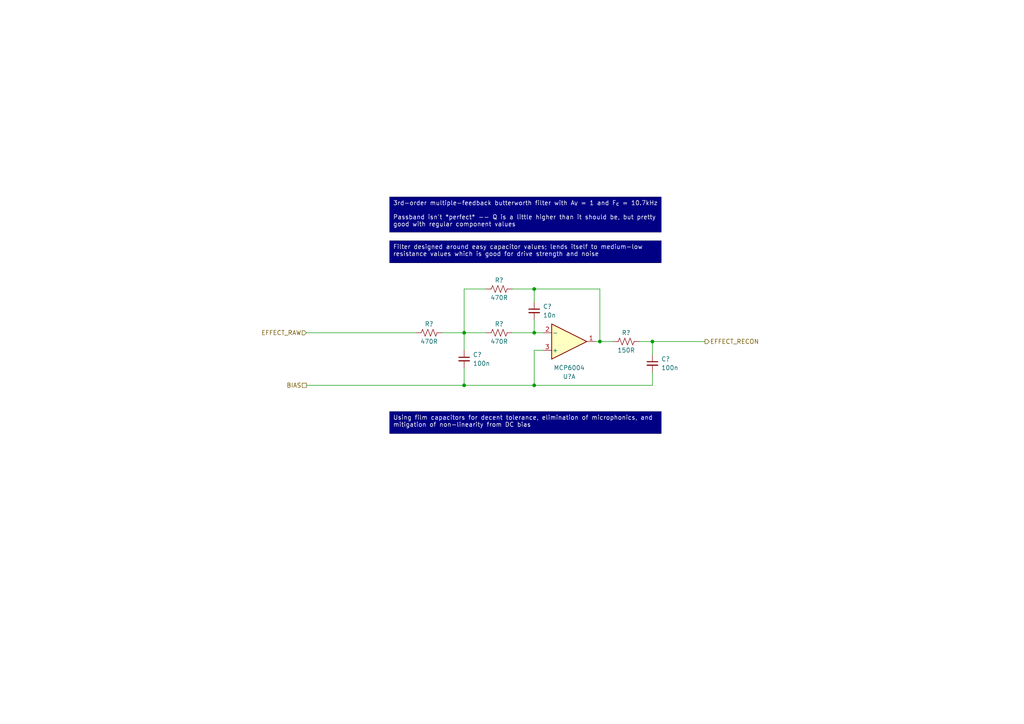
<source format=kicad_sch>
(kicad_sch (version 20230121) (generator eeschema)
  (paper "A4")
  (title_block (title "Digital Audio Effects Processor") (date "2023-11-26") (rev "A") (company "Ishaan Govindarajan"))
  (lib_symbols
    (symbol "Custom-AnalogIC:MCP6004" (pin_names (offset 0.127))
      (property "Reference" "U" (at 0 5.08 0))
      (property "Value" "MCP6004" (at 0 -5.08 0))
      (symbol "MCP6004_1_1"
        (polyline (pts (xy -5.08 5.08) (xy 5.08 0) (xy -5.08 -5.08) (xy -5.08 5.08)) (stroke (width 0.254)) (fill (type background)))
        (pin output line (at 7.62 0 180) (length 2.54) (name "~") (number "1"))
        (pin input line (at -7.62 -2.54 0) (length 2.54) (name "-") (number "2"))
        (pin input line (at -7.62 2.54 0) (length 2.54) (name "+") (number "3"))
      )
      (symbol "MCP6004_2_1"
        (polyline (pts (xy -5.08 5.08) (xy 5.08 0) (xy -5.08 -5.08) (xy -5.08 5.08)) (stroke (width 0.254)) (fill (type background)))
        (pin input line (at -7.62 2.54 0) (length 2.54) (name "+") (number "5"))
        (pin input line (at -7.62 -2.54 0) (length 2.54) (name "-") (number "6"))
        (pin output line (at 7.62 0 180) (length 2.54) (name "~") (number "7"))
      )
      (symbol "MCP6004_3_1"
        (polyline (pts (xy -5.08 5.08) (xy 5.08 0) (xy -5.08 -5.08) (xy -5.08 5.08)) (stroke (width 0.254)) (fill (type background)))
        (pin input line (at -7.62 2.54 0) (length 2.54) (name "+") (number "10"))
        (pin output line (at 7.62 0 180) (length 2.54) (name "~") (number "8"))
        (pin input line (at -7.62 -2.54 0) (length 2.54) (name "-") (number "9"))
      )
      (symbol "MCP6004_4_1"
        (polyline (pts (xy -5.08 5.08) (xy 5.08 0) (xy -5.08 -5.08) (xy -5.08 5.08)) (stroke (width 0.254)) (fill (type background)))
        (pin input line (at -7.62 2.54 0) (length 2.54) (name "+") (number "12"))
        (pin input line (at -7.62 -2.54 0) (length 2.54) (name "-") (number "13"))
        (pin output line (at 7.62 0 180) (length 2.54) (name "~") (number "14"))
      )
      (symbol "MCP6004_5_1"
        (pin power_in line (at -2.54 -7.62 90) (length 3.81) (name "V-") (number "11"))
        (pin power_in line (at -2.54 7.62 270) (length 3.81) (name "V+") (number "4"))
      )
    )
    (symbol "Custom-CapacitorTHT:R82DC3100AA50J" (pin_numbers hide) (pin_names (offset 0.254) hide)
      (property "Reference" "C" (at 0.254 1.778 0))
      (property "Value" "100n" (at 0.254 -2.032 0))
      (symbol "R82DC3100AA50J_0_1"
        (polyline (pts (xy -1.524 -0.508) (xy 1.524 -0.508)) (stroke (width 0.3302)))
        (polyline (pts (xy -1.524 0.508) (xy 1.524 0.508)) (stroke (width 0.3048)))
      )
      (symbol "R82DC3100AA50J_1_1"
        (pin passive line (at 0 2.54 270) (length 2.032) (name "~") (number "1"))
        (pin passive line (at 0 -2.54 90) (length 2.032) (name "~") (number "2"))
      )
    )
    (symbol "Custom-CapacitorTHT:R82EC2100AA50J" (pin_numbers hide) (pin_names (offset 0.254) hide)
      (property "Reference" "C" (at 0.254 1.778 0))
      (property "Value" "10n" (at 0.254 -2.032 0))
      (symbol "R82EC2100AA50J_0_1"
        (polyline (pts (xy -1.524 -0.508) (xy 1.524 -0.508)) (stroke (width 0.3302)))
        (polyline (pts (xy -1.524 0.508) (xy 1.524 0.508)) (stroke (width 0.3048)))
      )
      (symbol "R82EC2100AA50J_1_1"
        (pin passive line (at 0 2.54 270) (length 2.032) (name "~") (number "1"))
        (pin passive line (at 0 -2.54 90) (length 2.032) (name "~") (number "2"))
      )
    )
    (symbol "Custom-ResistorTHT:MFR-25FRF52-150R" (pin_numbers hide) (pin_names (offset 0))
      (property "Reference" "R" (at 2.54 0 90))
      (property "Value" "150R" (at -2.54 0 90))
      (symbol "MFR-25FRF52-150R_0_1"
        (polyline (pts (xy 0 -2.286) (xy 0 -2.54)))
        (polyline (pts (xy 0 2.286) (xy 0 2.54)))
        (polyline (pts (xy 0 -0.762) (xy 1.016 -1.143) (xy 0 -1.524) (xy -1.016 -1.905) (xy 0 -2.286)))
        (polyline (pts (xy 0 0.762) (xy 1.016 0.381) (xy 0 0) (xy -1.016 -0.381) (xy 0 -0.762)))
        (polyline (pts (xy 0 2.286) (xy 1.016 1.905) (xy 0 1.524) (xy -1.016 1.143) (xy 0 0.762)))
      )
      (symbol "MFR-25FRF52-150R_1_1"
        (pin passive line (at 0 3.81 270) (length 1.27) (name "~") (number "1"))
        (pin passive line (at 0 -3.81 90) (length 1.27) (name "~") (number "2"))
      )
    )
    (symbol "Custom-ResistorTHT:MFR-25FRF52-470R" (pin_numbers hide) (pin_names (offset 0))
      (property "Reference" "R" (at 2.54 0 90))
      (property "Value" "470R" (at -2.54 0 90))
      (symbol "MFR-25FRF52-470R_0_1"
        (polyline (pts (xy 0 -2.286) (xy 0 -2.54)))
        (polyline (pts (xy 0 2.286) (xy 0 2.54)))
        (polyline (pts (xy 0 -0.762) (xy 1.016 -1.143) (xy 0 -1.524) (xy -1.016 -1.905) (xy 0 -2.286)))
        (polyline (pts (xy 0 0.762) (xy 1.016 0.381) (xy 0 0) (xy -1.016 -0.381) (xy 0 -0.762)))
        (polyline (pts (xy 0 2.286) (xy 1.016 1.905) (xy 0 1.524) (xy -1.016 1.143) (xy 0 0.762)))
      )
      (symbol "MFR-25FRF52-470R_1_1"
        (pin passive line (at 0 3.81 270) (length 1.27) (name "~") (number "1"))
        (pin passive line (at 0 -3.81 90) (length 1.27) (name "~") (number "2"))
      )
    )
  )
  (junction (at 134.62 111.76))
  (junction (at 154.94 96.52))
  (junction (at 173.99 99.06))
  (junction (at 134.62 96.52))
  (junction (at 154.94 111.76))
  (junction (at 154.94 83.82))
  (junction (at 189.23 99.06))
  (wire (pts (xy 189.23 107.95) (xy 189.23 111.76)))
  (wire (pts (xy 88.9 111.76) (xy 134.62 111.76)))
  (wire (pts (xy 173.99 99.06) (xy 172.72 99.06)))
  (wire (pts (xy 134.62 83.82) (xy 140.97 83.82)))
  (wire (pts (xy 185.42 99.06) (xy 189.23 99.06)))
  (wire (pts (xy 189.23 111.76) (xy 154.94 111.76)))
  (wire (pts (xy 189.23 99.06) (xy 189.23 102.87)))
  (wire (pts (xy 189.23 99.06) (xy 204.47 99.06)))
  (wire (pts (xy 134.62 101.6) (xy 134.62 96.52)))
  (wire (pts (xy 148.59 83.82) (xy 154.94 83.82)))
  (wire (pts (xy 154.94 96.52) (xy 157.48 96.52)))
  (wire (pts (xy 173.99 99.06) (xy 177.8 99.06)))
  (wire (pts (xy 88.9 96.52) (xy 120.65 96.52)))
  (wire (pts (xy 154.94 101.6) (xy 157.48 101.6)))
  (wire (pts (xy 154.94 83.82) (xy 154.94 87.63)))
  (wire (pts (xy 134.62 106.68) (xy 134.62 111.76)))
  (wire (pts (xy 134.62 111.76) (xy 154.94 111.76)))
  (wire (pts (xy 154.94 101.6) (xy 154.94 111.76)))
  (wire (pts (xy 134.62 96.52) (xy 134.62 83.82)))
  (wire (pts (xy 154.94 83.82) (xy 173.99 83.82)))
  (wire (pts (xy 173.99 83.82) (xy 173.99 99.06)))
  (wire (pts (xy 148.59 96.52) (xy 154.94 96.52)))
  (wire (pts (xy 134.62 96.52) (xy 140.97 96.52)))
  (wire (pts (xy 128.27 96.52) (xy 134.62 96.52)))
  (wire (pts (xy 154.94 92.71) (xy 154.94 96.52)))
  (text_box "3rd-order multiple-feedback butterworth filter with A_{V} = 1 and F_{c} = 10.7kHz\n\nPassband isn't *perfect* -- Q is a little higher than it should be, but pretty good with regular component values" (at 113.03 57.15 0) (size 78.74 10.16) (stroke (width 0) (color 0 0 72 1)) (fill (type color) (color 0 0 132 1)) (effects (font (size 1.27 1.27)) (justify left top)))
  (text_box "Using film capacitors for decent tolerance, elimination of microphonics, and mitigation of non-linearity from DC bias" (at 113.03 119.38 0) (size 78.74 6.35) (stroke (width 0) (color 0 0 72 1)) (fill (type color) (color 0 0 132 1)) (effects (font (size 1.27 1.27)) (justify left top)))
  (text_box "Filter designed around easy capacitor values; lends itself to medium-low resistance values which is good for drive strength and noise" (at 113.03 69.85 0) (size 78.74 6.35) (stroke (width 0) (color 0 0 72 1)) (fill (type color) (color 0 0 132 1)) (effects (font (size 1.27 1.27)) (justify left top)))
  (hierarchical_label "EFFECT_RECON" (shape output) (at 204.47 99.06 0))
  (hierarchical_label "EFFECT_RAW" (shape input) (at 88.9 96.52 180))
  (hierarchical_label "BIAS" (shape passive) (at 88.9 111.76 180))
  (symbol (lib_id "Custom-ResistorTHT:MFR-25FRF52-470R") (at 144.78 96.52 90) (unit 1)
    (property "Reference" "R?" (at 144.78 93.98 90))
    (property "Value" "470R" (at 144.78 99.06 90))
    (property "Footprint" "Resistor_THT:R_Axial_DIN0207_L6.3mm_D2.5mm_P10.16mm_Horizontal" (effects hide))
    (property "Datasheet" "https://www.yageo.com/upload/media/product/productsearch/datasheet/lr/YAGEO%20MFR_datasheet_2023v3.pdf" (effects hide))
    (property "Manufacturer" "YAGEO" (effects hide))
    (property "Part Number" "MFR-25FRF52-470R" (effects hide))
    (instances (project "Amplifier Hardware R1" (path "" (reference "R?") (unit 1)) (path "" (reference "R27") (unit 1))))
  )
  (symbol (lib_id "Custom-ResistorTHT:MFR-25FRF52-150R") (at 181.61 99.06 90) (unit 1)
    (property "Reference" "R?" (at 181.61 96.52 90))
    (property "Value" "150R" (at 181.61 101.6 90))
    (property "Footprint" "Resistor_THT:R_Axial_DIN0207_L6.3mm_D2.5mm_P10.16mm_Horizontal" (effects hide))
    (property "Datasheet" "https://www.yageo.com/upload/media/product/productsearch/datasheet/lr/YAGEO%20MFR_datasheet_2023v3.pdf" (effects hide))
    (property "Manufacturer" "YAGEO" (effects hide))
    (property "Part Number" "MFR-25FRF52-150R" (effects hide))
    (instances (project "Amplifier Hardware R1" (path "" (reference "R?") (unit 1)) (path "" (reference "R28") (unit 1))))
  )
  (symbol (lib_id "Custom-AnalogIC:MCP6004") (at 165.1 99.06 0) (mirror x) (unit 1)
    (property "Reference" "U?" (at 165.1 109.22 0))
    (property "Value" "MCP6004" (at 165.1 106.68 0))
    (property "Footprint" "Custom-IC:DIP-14_W7.62mm_Socket_LongPads_IC" (effects hide))
    (property "Datasheet" "https://ww1.microchip.com/downloads/en/DeviceDoc/MCP6001-1R-1U-2-4-1-MHz-Low-Power-Op-Amp-DS20001733L.pdf" (effects hide))
    (property "Manufacturer" "Microchip Technology" (effects hide))
    (property "Part Number" "MCP6004-I/P" (effects hide))
    (instances (project "Amplifier Hardware R1" (path "" (reference "U?") (unit 1)) (path "" (reference "U2") (unit 4))))
  )
  (symbol (lib_id "Custom-ResistorTHT:MFR-25FRF52-470R") (at 124.46 96.52 90) (unit 1)
    (property "Reference" "R?" (at 124.46 93.98 90))
    (property "Value" "470R" (at 124.46 99.06 90))
    (property "Footprint" "Resistor_THT:R_Axial_DIN0207_L6.3mm_D2.5mm_P10.16mm_Horizontal" (effects hide))
    (property "Datasheet" "https://www.yageo.com/upload/media/product/productsearch/datasheet/lr/YAGEO%20MFR_datasheet_2023v3.pdf" (effects hide))
    (property "Manufacturer" "YAGEO" (effects hide))
    (property "Part Number" "MFR-25FRF52-470R" (effects hide))
    (instances (project "Amplifier Hardware R1" (path "" (reference "R?") (unit 1)) (path "" (reference "R25") (unit 1))))
  )
  (symbol (lib_id "Custom-CapacitorTHT:R82DC3100AA50J") (at 134.62 104.14 0) (unit 1)
    (property "Reference" "C?" (at 137.16 102.8763 0) (effects (justify left)))
    (property "Value" "100n" (at 137.16 105.4163 0) (effects (justify left)))
    (property "Footprint" "Custom-RLC:C_Rect_L7.2mm_W2.5mm_H6.6mm_P5.00mm_MODIFIED" (effects hide))
    (property "Datasheet" "https://connect.kemet.com:7667/gateway/IntelliData-ComponentDocumentation/1.0/download/datasheet/R82EC2100AA50J" (effects hide))
    (property "Manufacturer" "KEMET" (effects hide))
    (property "Part Number" "R82DC3100AA50J" (effects hide))
    (instances (project "Amplifier Hardware R1" (path "" (reference "C?") (unit 1)) (path "" (reference "C16") (unit 1))))
  )
  (symbol (lib_id "Custom-ResistorTHT:MFR-25FRF52-470R") (at 144.78 83.82 90) (unit 1)
    (property "Reference" "R?" (at 144.78 81.28 90))
    (property "Value" "470R" (at 144.78 86.36 90))
    (property "Footprint" "Resistor_THT:R_Axial_DIN0207_L6.3mm_D2.5mm_P10.16mm_Horizontal" (effects hide))
    (property "Datasheet" "https://www.yageo.com/upload/media/product/productsearch/datasheet/lr/YAGEO%20MFR_datasheet_2023v3.pdf" (effects hide))
    (property "Manufacturer" "YAGEO" (effects hide))
    (property "Part Number" "MFR-25FRF52-470R" (effects hide))
    (instances (project "Amplifier Hardware R1" (path "" (reference "R?") (unit 1)) (path "" (reference "R26") (unit 1))))
  )
  (symbol (lib_id "Custom-CapacitorTHT:R82EC2100AA50J") (at 154.94 90.17 0) (unit 1)
    (property "Reference" "C?" (at 157.48 88.9063 0) (effects (justify left)))
    (property "Value" "10n" (at 157.48 91.4463 0) (effects (justify left)))
    (property "Footprint" "Custom-RLC:C_Rect_L7.2mm_W2.5mm_H6.6mm_P5.00mm_MODIFIED" (effects hide))
    (property "Datasheet" "https://connect.kemet.com:7667/gateway/IntelliData-ComponentDocumentation/1.0/download/datasheet/R82EC2100AA50J" (effects hide))
    (property "Manufacturer" "KEMET" (effects hide))
    (property "Part Number" "R82EC2100AA50J" (effects hide))
    (instances (project "Amplifier Hardware R1" (path "" (reference "C?") (unit 1)) (path "" (reference "C17") (unit 1))))
  )
  (symbol (lib_id "Custom-CapacitorTHT:R82DC3100AA50J") (at 189.23 105.41 0) (unit 1)
    (property "Reference" "C?" (at 191.77 104.1463 0) (effects (justify left)))
    (property "Value" "100n" (at 191.77 106.6863 0) (effects (justify left)))
    (property "Footprint" "Custom-RLC:C_Rect_L7.2mm_W2.5mm_H6.6mm_P5.00mm_MODIFIED" (effects hide))
    (property "Datasheet" "https://connect.kemet.com:7667/gateway/IntelliData-ComponentDocumentation/1.0/download/datasheet/R82EC2100AA50J" (effects hide))
    (property "Manufacturer" "KEMET" (effects hide))
    (property "Part Number" "R82DC3100AA50J" (effects hide))
    (instances (project "Amplifier Hardware R1" (path "" (reference "C?") (unit 1)) (path "" (reference "C18") (unit 1))))
  )
)
</source>
